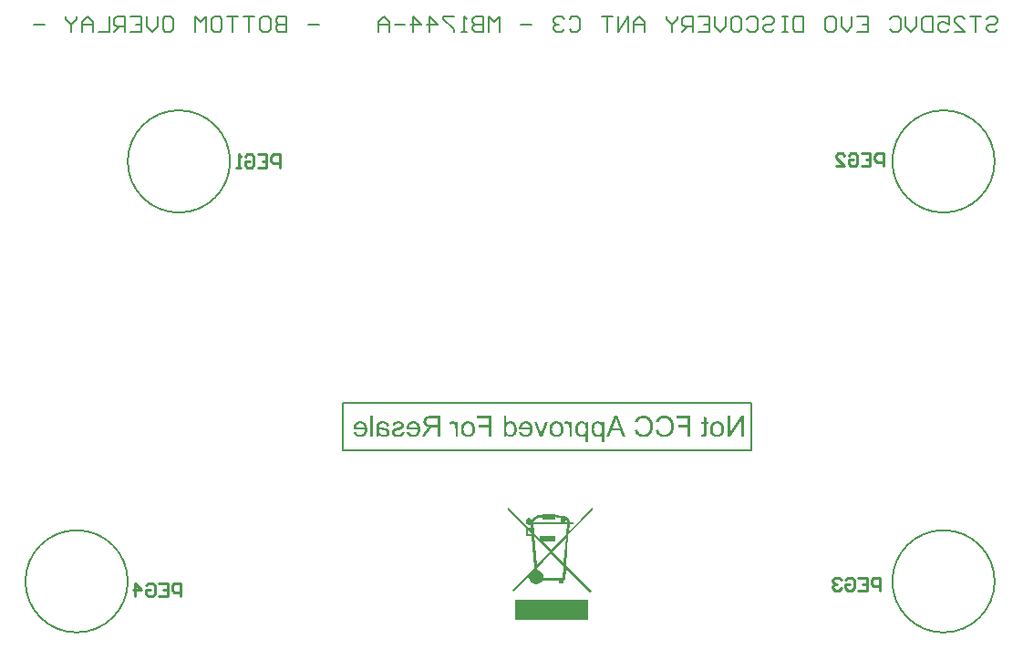
<source format=gbo>
G04*
G04 #@! TF.GenerationSoftware,Altium Limited,Altium Designer,21.2.1 (34)*
G04*
G04 Layer_Color=32896*
%FSLAX44Y44*%
%MOMM*%
G71*
G04*
G04 #@! TF.SameCoordinates,A7F67548-69C5-444C-A4C2-39F0ADA73F1F*
G04*
G04*
G04 #@! TF.FilePolarity,Positive*
G04*
G01*
G75*
%ADD11C,0.2000*%
%ADD16C,0.2500*%
G36*
X574193Y126253D02*
X551764Y102643D01*
D01*
X549796Y74705D01*
X550977Y73524D01*
X573406Y51095D01*
X571832Y49521D01*
X549403Y71950D01*
X548616Y61326D01*
X547436Y60539D01*
Y57785D01*
X543107D01*
Y60539D01*
X527538D01*
X527211Y59973D01*
X525966Y58728D01*
X524440Y57847D01*
X522739Y57391D01*
X520978D01*
X519277Y57847D01*
X517751Y58728D01*
X516506Y59973D01*
X515625Y61499D01*
X515169Y63200D01*
Y64619D01*
X501397Y50308D01*
X499823Y51882D01*
X519891Y72740D01*
X517530Y101856D01*
X512415D01*
Y109726D01*
X495494Y126646D01*
Y129401D01*
X515169Y109726D01*
X516743D01*
X516409Y112734D01*
X515795Y112480D01*
X514543D01*
X513386Y112960D01*
X512500Y113845D01*
X512021Y115002D01*
Y116254D01*
X512500Y117411D01*
X513386Y118297D01*
X514543Y118776D01*
X515795D01*
X516952Y118297D01*
X517591Y117658D01*
X518526Y118605D01*
X520898Y120158D01*
X523544Y121175D01*
X526346Y121612D01*
X527761Y121531D01*
X527761Y122711D01*
X539172D01*
Y121941D01*
X540193Y121880D01*
X541383Y121682D01*
X542546Y121359D01*
X543107Y121137D01*
X548616D01*
Y119957D01*
X549453Y119705D01*
X550953Y118808D01*
X552189Y117572D01*
X553086Y116072D01*
X553338Y115235D01*
X556092D01*
Y113267D01*
X552944D01*
X552158Y105791D01*
X574193Y129401D01*
Y126253D01*
D02*
G37*
G36*
X570258Y23944D02*
X502577D01*
Y42832D01*
X570258D01*
Y23944D01*
D02*
G37*
G36*
X379767Y208663D02*
X380382Y208605D01*
X380909Y208546D01*
X381378Y208458D01*
X381759Y208341D01*
X382051Y208282D01*
X382139Y208253D01*
X382227Y208224D01*
X382256Y208195D01*
X382286D01*
X382754Y207990D01*
X383164Y207755D01*
X383545Y207521D01*
X383838Y207316D01*
X384072Y207111D01*
X384219Y206935D01*
X384336Y206818D01*
X384365Y206789D01*
X384629Y206437D01*
X384834Y206027D01*
X385009Y205647D01*
X385156Y205266D01*
X385244Y204914D01*
X385331Y204651D01*
X385361Y204475D01*
X385390Y204446D01*
Y204417D01*
X383077Y204095D01*
X382930Y204592D01*
X382725Y205032D01*
X382549Y205383D01*
X382344Y205676D01*
X382169Y205881D01*
X382022Y206027D01*
X381934Y206115D01*
X381905Y206145D01*
X381583Y206350D01*
X381173Y206496D01*
X380792Y206584D01*
X380382Y206672D01*
X380001Y206701D01*
X379709Y206730D01*
X379445D01*
X378830Y206701D01*
X378274Y206613D01*
X377805Y206467D01*
X377424Y206320D01*
X377131Y206174D01*
X376926Y206027D01*
X376780Y205940D01*
X376751Y205910D01*
X376516Y205647D01*
X376370Y205354D01*
X376253Y205002D01*
X376165Y204680D01*
X376106Y204387D01*
X376077Y204124D01*
Y203948D01*
Y203919D01*
Y203890D01*
Y203831D01*
Y203743D01*
Y203538D01*
X376106Y203362D01*
Y203304D01*
Y203274D01*
X376370Y203187D01*
X376663Y203099D01*
X377336Y202923D01*
X378039Y202806D01*
X378713Y202689D01*
X379357Y202572D01*
X379621Y202542D01*
X379855Y202513D01*
X380060Y202484D01*
X380206D01*
X380294Y202454D01*
X380323D01*
X380821Y202396D01*
X381231Y202337D01*
X381612Y202279D01*
X381905Y202220D01*
X382139Y202162D01*
X382286Y202132D01*
X382403Y202103D01*
X382432D01*
X382784Y201986D01*
X383106Y201869D01*
X383369Y201752D01*
X383633Y201605D01*
X383838Y201488D01*
X383984Y201400D01*
X384101Y201342D01*
X384131Y201312D01*
X384394Y201107D01*
X384629Y200902D01*
X384863Y200668D01*
X385039Y200463D01*
X385185Y200258D01*
X385273Y200112D01*
X385331Y199994D01*
X385361Y199965D01*
X385507Y199643D01*
X385624Y199321D01*
X385683Y198999D01*
X385742Y198706D01*
X385771Y198472D01*
X385800Y198267D01*
Y198149D01*
Y198091D01*
X385742Y197476D01*
X385595Y196890D01*
X385419Y196422D01*
X385185Y196012D01*
X384951Y195660D01*
X384775Y195426D01*
X384629Y195279D01*
X384570Y195221D01*
X384072Y194840D01*
X383487Y194576D01*
X382930Y194371D01*
X382344Y194254D01*
X381846Y194167D01*
X381612Y194137D01*
X381436D01*
X381261Y194108D01*
X381056D01*
X380529Y194137D01*
X380060Y194196D01*
X379621Y194254D01*
X379211Y194342D01*
X378889Y194430D01*
X378654Y194518D01*
X378508Y194547D01*
X378449Y194576D01*
X377981Y194781D01*
X377541Y195016D01*
X377102Y195279D01*
X376721Y195572D01*
X376370Y195807D01*
X376136Y196012D01*
X375960Y196129D01*
X375901Y196187D01*
X375843Y195807D01*
X375784Y195484D01*
X375726Y195191D01*
X375638Y194928D01*
X375550Y194723D01*
X375491Y194547D01*
X375462Y194459D01*
X375433Y194430D01*
X372973D01*
X373236Y195016D01*
X373353Y195309D01*
X373441Y195543D01*
X373500Y195748D01*
X373529Y195924D01*
X373558Y196041D01*
Y196070D01*
X373588Y196275D01*
X373617Y196509D01*
Y196773D01*
X373646Y197095D01*
X373676Y197769D01*
Y198501D01*
X373705Y199174D01*
Y199467D01*
Y199731D01*
Y199936D01*
Y200112D01*
Y200229D01*
Y200258D01*
Y203421D01*
Y203977D01*
X373734Y204417D01*
X373763Y204797D01*
Y205090D01*
X373793Y205324D01*
X373822Y205471D01*
X373851Y205559D01*
Y205588D01*
X373939Y205940D01*
X374056Y206262D01*
X374173Y206525D01*
X374291Y206759D01*
X374408Y206964D01*
X374496Y207082D01*
X374554Y207169D01*
X374584Y207199D01*
X374818Y207433D01*
X375052Y207638D01*
X375345Y207814D01*
X375608Y207960D01*
X375843Y208077D01*
X376048Y208195D01*
X376165Y208224D01*
X376223Y208253D01*
X376663Y208400D01*
X377131Y208517D01*
X377629Y208575D01*
X378098Y208634D01*
X378508Y208663D01*
X378830Y208692D01*
X379123D01*
X379767Y208663D01*
D02*
G37*
G36*
X714567Y194430D02*
X712136D01*
Y209542D01*
X702032Y194430D01*
X699426D01*
Y213671D01*
X701857D01*
Y198559D01*
X711990Y213671D01*
X714567D01*
Y194430D01*
D02*
G37*
G36*
X527428Y194430D02*
X525202D01*
X519931Y208370D01*
X522362D01*
X525466Y199848D01*
X525671Y199292D01*
X525847Y198794D01*
X525993Y198325D01*
X526110Y197944D01*
X526198Y197652D01*
X526286Y197417D01*
X526315Y197271D01*
X526344Y197212D01*
X526491Y197739D01*
X526667Y198267D01*
X526813Y198735D01*
X526960Y199145D01*
X527077Y199497D01*
X527165Y199760D01*
X527223Y199936D01*
X527252Y199994D01*
X530240Y208370D01*
X532729D01*
X527428Y194430D01*
D02*
G37*
G36*
X680126Y211797D02*
Y208370D01*
X681883D01*
Y206525D01*
X680126D01*
Y198501D01*
Y198120D01*
Y197769D01*
X680097Y197447D01*
Y197154D01*
X680068Y196890D01*
X680039Y196685D01*
X679980Y196304D01*
X679951Y196012D01*
X679892Y195836D01*
X679863Y195719D01*
Y195689D01*
X679746Y195455D01*
X679570Y195250D01*
X679424Y195074D01*
X679248Y194928D01*
X679101Y194811D01*
X678984Y194723D01*
X678896Y194664D01*
X678867Y194635D01*
X678574Y194518D01*
X678252Y194430D01*
X677901Y194342D01*
X677579Y194313D01*
X677286Y194284D01*
X677051Y194254D01*
X676846D01*
X676231Y194284D01*
X675938Y194313D01*
X675675Y194371D01*
X675411Y194401D01*
X675236Y194430D01*
X675118Y194459D01*
X675060D01*
X675382Y196539D01*
X675821Y196480D01*
X675997D01*
X676143Y196451D01*
X676436D01*
X676788Y196480D01*
X677051Y196539D01*
X677198Y196568D01*
X677256Y196597D01*
X677432Y196744D01*
X677549Y196890D01*
X677608Y197007D01*
X677637Y197066D01*
X677666Y197212D01*
X677696Y197388D01*
X677725Y197827D01*
X677754Y198032D01*
Y198208D01*
Y198325D01*
Y198354D01*
Y206525D01*
X675382D01*
Y208370D01*
X677754D01*
Y213232D01*
X680126Y211797D01*
D02*
G37*
G36*
X641498Y213935D02*
X642376Y213818D01*
X643167Y213612D01*
X643519Y213525D01*
X643841Y213407D01*
X644134Y213290D01*
X644426Y213202D01*
X644661Y213085D01*
X644837Y212997D01*
X645012Y212939D01*
X645129Y212880D01*
X645188Y212822D01*
X645217D01*
X645949Y212353D01*
X646623Y211797D01*
X647179Y211240D01*
X647619Y210684D01*
X647999Y210186D01*
X648146Y209981D01*
X648263Y209805D01*
X648351Y209630D01*
X648409Y209513D01*
X648468Y209454D01*
Y209425D01*
X648849Y208575D01*
X649142Y207668D01*
X649317Y206789D01*
X649464Y205969D01*
X649522Y205588D01*
X649552Y205266D01*
X649581Y204944D01*
Y204680D01*
X649610Y204475D01*
Y204329D01*
Y204212D01*
Y204182D01*
X649581Y203157D01*
X649464Y202220D01*
X649288Y201342D01*
X649200Y200932D01*
X649112Y200580D01*
X649024Y200229D01*
X648937Y199936D01*
X648849Y199672D01*
X648761Y199438D01*
X648702Y199262D01*
X648644Y199145D01*
X648614Y199057D01*
Y199028D01*
X648204Y198179D01*
X647707Y197447D01*
X647238Y196802D01*
X646740Y196304D01*
X646330Y195894D01*
X645979Y195602D01*
X645832Y195514D01*
X645744Y195426D01*
X645686Y195396D01*
X645657Y195367D01*
X645276Y195133D01*
X644866Y194957D01*
X644046Y194635D01*
X643196Y194430D01*
X642376Y194254D01*
X642025Y194225D01*
X641674Y194167D01*
X641381Y194137D01*
X641117D01*
X640883Y194108D01*
X640590D01*
X640034Y194137D01*
X639506Y194167D01*
X638540Y194371D01*
X638101Y194489D01*
X637661Y194635D01*
X637281Y194781D01*
X636929Y194928D01*
X636607Y195074D01*
X636343Y195221D01*
X636109Y195367D01*
X635904Y195484D01*
X635728Y195602D01*
X635611Y195689D01*
X635553Y195719D01*
X635523Y195748D01*
X635143Y196070D01*
X634791Y196422D01*
X634206Y197183D01*
X633679Y197974D01*
X633298Y198764D01*
X633122Y199116D01*
X633005Y199438D01*
X632888Y199760D01*
X632771Y199994D01*
X632712Y200229D01*
X632653Y200375D01*
X632624Y200492D01*
Y200522D01*
X635172Y201166D01*
X635406Y200317D01*
X635699Y199555D01*
X636051Y198940D01*
X636373Y198413D01*
X636695Y198032D01*
X636959Y197739D01*
X637134Y197564D01*
X637164Y197534D01*
X637193Y197505D01*
X637779Y197095D01*
X638364Y196802D01*
X638979Y196568D01*
X639536Y196422D01*
X640034Y196334D01*
X640268Y196304D01*
X640444D01*
X640590Y196275D01*
X640795D01*
X641439Y196304D01*
X642054Y196422D01*
X642611Y196568D01*
X643079Y196714D01*
X643489Y196890D01*
X643811Y197007D01*
X643929Y197066D01*
X644016Y197124D01*
X644046Y197154D01*
X644075D01*
X644602Y197534D01*
X645042Y197974D01*
X645422Y198413D01*
X645744Y198882D01*
X645979Y199262D01*
X646125Y199614D01*
X646184Y199731D01*
X646242Y199819D01*
X646272Y199877D01*
Y199907D01*
X646506Y200609D01*
X646682Y201342D01*
X646799Y202074D01*
X646887Y202747D01*
X646916Y203040D01*
X646945Y203304D01*
Y203567D01*
X646974Y203772D01*
Y203948D01*
Y204065D01*
Y204153D01*
Y204182D01*
X646945Y204885D01*
X646887Y205559D01*
X646799Y206174D01*
X646682Y206730D01*
X646564Y207199D01*
X646535Y207404D01*
X646477Y207550D01*
X646447Y207697D01*
X646418Y207785D01*
X646389Y207843D01*
Y207873D01*
X646125Y208517D01*
X645803Y209102D01*
X645452Y209571D01*
X645129Y209981D01*
X644807Y210303D01*
X644544Y210537D01*
X644368Y210684D01*
X644339Y210742D01*
X644309D01*
X643724Y211094D01*
X643109Y211357D01*
X642494Y211562D01*
X641908Y211680D01*
X641381Y211768D01*
X641176Y211797D01*
X640971D01*
X640824Y211826D01*
X640619D01*
X639916Y211797D01*
X639301Y211680D01*
X638745Y211533D01*
X638306Y211357D01*
X637925Y211152D01*
X637661Y211006D01*
X637486Y210889D01*
X637427Y210860D01*
X636959Y210450D01*
X636578Y209981D01*
X636226Y209454D01*
X635963Y208956D01*
X635758Y208517D01*
X635670Y208312D01*
X635582Y208136D01*
X635523Y207990D01*
X635494Y207872D01*
X635465Y207814D01*
Y207785D01*
X632946Y208370D01*
X633298Y209307D01*
X633503Y209747D01*
X633708Y210128D01*
X633942Y210508D01*
X634176Y210860D01*
X634381Y211152D01*
X634616Y211445D01*
X634821Y211680D01*
X635026Y211885D01*
X635231Y212090D01*
X635377Y212236D01*
X635523Y212353D01*
X635611Y212441D01*
X635670Y212470D01*
X635699Y212500D01*
X636080Y212763D01*
X636461Y212997D01*
X636871Y213202D01*
X637281Y213378D01*
X638101Y213642D01*
X638862Y213818D01*
X639214Y213876D01*
X639536Y213905D01*
X639829Y213935D01*
X640063Y213964D01*
X640268Y213993D01*
X640561D01*
X641498Y213935D01*
D02*
G37*
G36*
X622110D02*
X622989Y213818D01*
X623780Y213612D01*
X624131Y213525D01*
X624453Y213407D01*
X624746Y213290D01*
X625039Y213202D01*
X625273Y213085D01*
X625449Y212997D01*
X625625Y212939D01*
X625742Y212880D01*
X625801Y212822D01*
X625830D01*
X626562Y212353D01*
X627235Y211797D01*
X627792Y211240D01*
X628231Y210684D01*
X628612Y210186D01*
X628758Y209981D01*
X628876Y209805D01*
X628963Y209630D01*
X629022Y209513D01*
X629081Y209454D01*
Y209425D01*
X629461Y208575D01*
X629754Y207667D01*
X629930Y206789D01*
X630076Y205969D01*
X630135Y205588D01*
X630164Y205266D01*
X630193Y204944D01*
Y204680D01*
X630223Y204475D01*
Y204329D01*
Y204212D01*
Y204182D01*
X630193Y203157D01*
X630076Y202220D01*
X629901Y201342D01*
X629813Y200932D01*
X629725Y200580D01*
X629637Y200229D01*
X629549Y199936D01*
X629461Y199672D01*
X629373Y199438D01*
X629315Y199262D01*
X629256Y199145D01*
X629227Y199057D01*
Y199028D01*
X628817Y198179D01*
X628319Y197446D01*
X627850Y196802D01*
X627353Y196304D01*
X626943Y195894D01*
X626591Y195602D01*
X626445Y195514D01*
X626357Y195426D01*
X626298Y195396D01*
X626269Y195367D01*
X625888Y195133D01*
X625478Y194957D01*
X624658Y194635D01*
X623809Y194430D01*
X622989Y194254D01*
X622638Y194225D01*
X622286Y194167D01*
X621993Y194137D01*
X621730D01*
X621495Y194108D01*
X621203D01*
X620646Y194137D01*
X620119Y194167D01*
X619152Y194371D01*
X618713Y194489D01*
X618274Y194635D01*
X617893Y194781D01*
X617542Y194928D01*
X617220Y195074D01*
X616956Y195221D01*
X616722Y195367D01*
X616517Y195484D01*
X616341Y195602D01*
X616224Y195689D01*
X616165Y195719D01*
X616136Y195748D01*
X615755Y196070D01*
X615404Y196422D01*
X614818Y197183D01*
X614291Y197974D01*
X613910Y198764D01*
X613735Y199116D01*
X613617Y199438D01*
X613500Y199760D01*
X613383Y199994D01*
X613325Y200229D01*
X613266Y200375D01*
X613237Y200492D01*
Y200522D01*
X615785Y201166D01*
X616019Y200317D01*
X616312Y199555D01*
X616663Y198940D01*
X616985Y198413D01*
X617308Y198032D01*
X617571Y197739D01*
X617747Y197564D01*
X617776Y197534D01*
X617805Y197505D01*
X618391Y197095D01*
X618977Y196802D01*
X619592Y196568D01*
X620148Y196422D01*
X620646Y196334D01*
X620880Y196304D01*
X621056D01*
X621203Y196275D01*
X621408D01*
X622052Y196304D01*
X622667Y196422D01*
X623223Y196568D01*
X623692Y196714D01*
X624102Y196890D01*
X624424Y197007D01*
X624541Y197066D01*
X624629Y197124D01*
X624658Y197154D01*
X624688D01*
X625215Y197534D01*
X625654Y197974D01*
X626035Y198413D01*
X626357Y198882D01*
X626591Y199262D01*
X626738Y199614D01*
X626796Y199731D01*
X626855Y199819D01*
X626884Y199877D01*
Y199907D01*
X627118Y200609D01*
X627294Y201342D01*
X627411Y202074D01*
X627499Y202747D01*
X627528Y203040D01*
X627558Y203304D01*
Y203567D01*
X627587Y203772D01*
Y203948D01*
Y204065D01*
Y204153D01*
Y204182D01*
X627558Y204885D01*
X627499Y205559D01*
X627411Y206174D01*
X627294Y206730D01*
X627177Y207199D01*
X627148Y207404D01*
X627089Y207550D01*
X627060Y207697D01*
X627030Y207785D01*
X627001Y207843D01*
Y207872D01*
X626738Y208517D01*
X626415Y209102D01*
X626064Y209571D01*
X625742Y209981D01*
X625420Y210303D01*
X625156Y210537D01*
X624981Y210684D01*
X624951Y210742D01*
X624922D01*
X624336Y211094D01*
X623721Y211357D01*
X623106Y211562D01*
X622520Y211680D01*
X621993Y211768D01*
X621788Y211797D01*
X621583D01*
X621437Y211826D01*
X621232D01*
X620529Y211797D01*
X619914Y211680D01*
X619357Y211533D01*
X618918Y211357D01*
X618537Y211152D01*
X618274Y211006D01*
X618098Y210889D01*
X618040Y210860D01*
X617571Y210450D01*
X617190Y209981D01*
X616839Y209454D01*
X616575Y208956D01*
X616370Y208517D01*
X616283Y208312D01*
X616195Y208136D01*
X616136Y207990D01*
X616107Y207872D01*
X616077Y207814D01*
Y207785D01*
X613559Y208370D01*
X613910Y209307D01*
X614115Y209747D01*
X614320Y210128D01*
X614555Y210508D01*
X614789Y210860D01*
X614994Y211152D01*
X615228Y211445D01*
X615433Y211680D01*
X615638Y211885D01*
X615843Y212090D01*
X615990Y212236D01*
X616136Y212353D01*
X616224Y212441D01*
X616283Y212470D01*
X616312Y212500D01*
X616693Y212763D01*
X617073Y212997D01*
X617483Y213202D01*
X617893Y213378D01*
X618713Y213642D01*
X619475Y213818D01*
X619826Y213876D01*
X620148Y213905D01*
X620441Y213935D01*
X620675Y213964D01*
X620880Y213993D01*
X621173D01*
X622110Y213935D01*
D02*
G37*
G36*
X512668Y208663D02*
X513166Y208605D01*
X513634Y208517D01*
X514074Y208400D01*
X514513Y208224D01*
X514894Y208077D01*
X515245Y207902D01*
X515567Y207726D01*
X515860Y207521D01*
X516094Y207345D01*
X516329Y207199D01*
X516504Y207052D01*
X516651Y206906D01*
X516739Y206818D01*
X516797Y206760D01*
X516827Y206730D01*
X517149Y206350D01*
X517412Y205940D01*
X517646Y205500D01*
X517851Y205061D01*
X518027Y204592D01*
X518174Y204153D01*
X518379Y203274D01*
X518467Y202864D01*
X518525Y202484D01*
X518554Y202132D01*
X518584Y201840D01*
X518613Y201605D01*
Y201400D01*
Y201283D01*
Y201254D01*
X518584Y200639D01*
X518525Y200053D01*
X518437Y199497D01*
X518320Y198999D01*
X518203Y198530D01*
X518056Y198091D01*
X517881Y197710D01*
X517705Y197359D01*
X517559Y197036D01*
X517383Y196744D01*
X517237Y196509D01*
X517090Y196334D01*
X517002Y196187D01*
X516914Y196070D01*
X516856Y196012D01*
X516827Y195982D01*
X516475Y195660D01*
X516094Y195367D01*
X515714Y195104D01*
X515304Y194899D01*
X514923Y194723D01*
X514513Y194576D01*
X513751Y194342D01*
X513371Y194254D01*
X513049Y194196D01*
X512756Y194167D01*
X512492Y194137D01*
X512287Y194108D01*
X511994D01*
X511116Y194167D01*
X510354Y194284D01*
X509651Y194489D01*
X509095Y194694D01*
X508831Y194811D01*
X508626Y194899D01*
X508451Y195016D01*
X508304Y195104D01*
X508158Y195162D01*
X508070Y195221D01*
X508041Y195279D01*
X508011D01*
X507484Y195748D01*
X507016Y196304D01*
X506664Y196861D01*
X506371Y197388D01*
X506137Y197886D01*
X506049Y198091D01*
X505991Y198267D01*
X505932Y198413D01*
X505903Y198530D01*
X505873Y198589D01*
Y198618D01*
X508304Y198940D01*
X508539Y198413D01*
X508773Y197944D01*
X509007Y197564D01*
X509241Y197271D01*
X509446Y197007D01*
X509622Y196861D01*
X509739Y196744D01*
X509769Y196714D01*
X510120Y196480D01*
X510501Y196334D01*
X510881Y196217D01*
X511233Y196129D01*
X511526Y196070D01*
X511760Y196041D01*
X511994D01*
X512609Y196099D01*
X513166Y196217D01*
X513664Y196422D01*
X514103Y196656D01*
X514425Y196861D01*
X514689Y197066D01*
X514835Y197183D01*
X514894Y197241D01*
X515274Y197739D01*
X515597Y198325D01*
X515802Y198911D01*
X515977Y199467D01*
X516094Y199994D01*
X516124Y200199D01*
X516153Y200404D01*
Y200551D01*
X516182Y200697D01*
Y200756D01*
Y200785D01*
X505815D01*
X505786Y201049D01*
Y201254D01*
Y201371D01*
Y201400D01*
X505815Y202045D01*
X505873Y202630D01*
X505961Y203187D01*
X506049Y203685D01*
X506196Y204182D01*
X506342Y204622D01*
X506518Y205002D01*
X506664Y205383D01*
X506840Y205705D01*
X507016Y205969D01*
X507162Y206203D01*
X507279Y206408D01*
X507396Y206555D01*
X507484Y206672D01*
X507543Y206730D01*
X507572Y206760D01*
X507924Y207111D01*
X508275Y207404D01*
X508656Y207667D01*
X509036Y207872D01*
X509417Y208077D01*
X509798Y208224D01*
X510501Y208458D01*
X510852Y208546D01*
X511145Y208605D01*
X511438Y208634D01*
X511672Y208663D01*
X511877Y208692D01*
X512141D01*
X512668Y208663D01*
D02*
G37*
G36*
X408204Y208663D02*
X408702Y208605D01*
X409170Y208517D01*
X409610Y208400D01*
X410049Y208224D01*
X410430Y208077D01*
X410781Y207902D01*
X411103Y207726D01*
X411396Y207521D01*
X411631Y207345D01*
X411865Y207199D01*
X412040Y207052D01*
X412187Y206906D01*
X412275Y206818D01*
X412333Y206759D01*
X412363Y206730D01*
X412685Y206350D01*
X412948Y205940D01*
X413183Y205500D01*
X413388Y205061D01*
X413563Y204592D01*
X413710Y204153D01*
X413915Y203274D01*
X414003Y202864D01*
X414061Y202484D01*
X414090Y202132D01*
X414120Y201839D01*
X414149Y201605D01*
Y201400D01*
Y201283D01*
Y201254D01*
X414120Y200639D01*
X414061Y200053D01*
X413973Y199497D01*
X413856Y198999D01*
X413739Y198530D01*
X413593Y198091D01*
X413417Y197710D01*
X413241Y197359D01*
X413095Y197036D01*
X412919Y196744D01*
X412773Y196509D01*
X412626Y196334D01*
X412538Y196187D01*
X412450Y196070D01*
X412392Y196012D01*
X412363Y195982D01*
X412011Y195660D01*
X411631Y195367D01*
X411250Y195104D01*
X410840Y194899D01*
X410459Y194723D01*
X410049Y194576D01*
X409288Y194342D01*
X408907Y194254D01*
X408585Y194196D01*
X408292Y194167D01*
X408028Y194137D01*
X407823Y194108D01*
X407530D01*
X406652Y194167D01*
X405890Y194284D01*
X405187Y194489D01*
X404631Y194694D01*
X404367Y194811D01*
X404162Y194899D01*
X403987Y195016D01*
X403840Y195104D01*
X403694Y195162D01*
X403606Y195221D01*
X403577Y195279D01*
X403548D01*
X403020Y195748D01*
X402552Y196304D01*
X402200Y196861D01*
X401908Y197388D01*
X401673Y197886D01*
X401585Y198091D01*
X401527Y198267D01*
X401468Y198413D01*
X401439Y198530D01*
X401410Y198589D01*
Y198618D01*
X403840Y198940D01*
X404075Y198413D01*
X404309Y197944D01*
X404543Y197564D01*
X404777Y197271D01*
X404982Y197007D01*
X405158Y196861D01*
X405275Y196744D01*
X405305Y196714D01*
X405656Y196480D01*
X406037Y196334D01*
X406418Y196217D01*
X406769Y196129D01*
X407062Y196070D01*
X407296Y196041D01*
X407530D01*
X408145Y196099D01*
X408702Y196217D01*
X409200Y196422D01*
X409639Y196656D01*
X409961Y196861D01*
X410225Y197066D01*
X410371Y197183D01*
X410430Y197241D01*
X410811Y197739D01*
X411133Y198325D01*
X411338Y198911D01*
X411513Y199467D01*
X411631Y199994D01*
X411660Y200199D01*
X411689Y200404D01*
Y200551D01*
X411718Y200697D01*
Y200756D01*
Y200785D01*
X401351D01*
X401322Y201049D01*
Y201254D01*
Y201371D01*
Y201400D01*
X401351Y202045D01*
X401410Y202630D01*
X401497Y203187D01*
X401585Y203685D01*
X401732Y204182D01*
X401878Y204622D01*
X402054Y205002D01*
X402200Y205383D01*
X402376Y205705D01*
X402552Y205969D01*
X402698Y206203D01*
X402815Y206408D01*
X402933Y206555D01*
X403020Y206672D01*
X403079Y206730D01*
X403108Y206759D01*
X403460Y207111D01*
X403811Y207404D01*
X404192Y207667D01*
X404572Y207872D01*
X404953Y208077D01*
X405334Y208224D01*
X406037Y208458D01*
X406388Y208546D01*
X406681Y208605D01*
X406974Y208634D01*
X407208Y208663D01*
X407413Y208692D01*
X407677D01*
X408204Y208663D01*
D02*
G37*
G36*
X358915D02*
X359413Y208605D01*
X359882Y208517D01*
X360321Y208400D01*
X360760Y208224D01*
X361141Y208077D01*
X361493Y207902D01*
X361815Y207726D01*
X362108Y207521D01*
X362342Y207345D01*
X362576Y207199D01*
X362752Y207052D01*
X362898Y206906D01*
X362986Y206818D01*
X363045Y206759D01*
X363074Y206730D01*
X363396Y206350D01*
X363660Y205940D01*
X363894Y205500D01*
X364099Y205061D01*
X364275Y204592D01*
X364421Y204153D01*
X364626Y203274D01*
X364714Y202864D01*
X364773Y202484D01*
X364802Y202132D01*
X364831Y201839D01*
X364860Y201605D01*
Y201400D01*
Y201283D01*
Y201254D01*
X364831Y200639D01*
X364773Y200053D01*
X364685Y199497D01*
X364568Y198999D01*
X364450Y198530D01*
X364304Y198091D01*
X364128Y197710D01*
X363953Y197359D01*
X363806Y197036D01*
X363630Y196744D01*
X363484Y196509D01*
X363338Y196334D01*
X363250Y196187D01*
X363162Y196070D01*
X363103Y196012D01*
X363074Y195982D01*
X362723Y195660D01*
X362342Y195367D01*
X361961Y195104D01*
X361551Y194899D01*
X361170Y194723D01*
X360760Y194576D01*
X359999Y194342D01*
X359618Y194254D01*
X359296Y194196D01*
X359003Y194167D01*
X358740Y194137D01*
X358535Y194108D01*
X358242D01*
X357363Y194167D01*
X356602Y194284D01*
X355899Y194489D01*
X355342Y194694D01*
X355079Y194811D01*
X354874Y194899D01*
X354698Y195016D01*
X354552Y195104D01*
X354405Y195162D01*
X354317Y195221D01*
X354288Y195279D01*
X354259D01*
X353732Y195748D01*
X353263Y196304D01*
X352912Y196861D01*
X352619Y197388D01*
X352384Y197886D01*
X352297Y198091D01*
X352238Y198267D01*
X352179Y198413D01*
X352150Y198530D01*
X352121Y198589D01*
Y198618D01*
X354552Y198940D01*
X354786Y198413D01*
X355020Y197944D01*
X355255Y197564D01*
X355489Y197271D01*
X355694Y197007D01*
X355870Y196861D01*
X355987Y196744D01*
X356016Y196714D01*
X356367Y196480D01*
X356748Y196334D01*
X357129Y196217D01*
X357480Y196129D01*
X357773Y196070D01*
X358008Y196041D01*
X358242D01*
X358857Y196099D01*
X359413Y196217D01*
X359911Y196422D01*
X360350Y196656D01*
X360672Y196861D01*
X360936Y197066D01*
X361082Y197183D01*
X361141Y197241D01*
X361522Y197739D01*
X361844Y198325D01*
X362049Y198911D01*
X362225Y199467D01*
X362342Y199994D01*
X362371Y200199D01*
X362400Y200404D01*
Y200551D01*
X362430Y200697D01*
Y200756D01*
Y200785D01*
X352062Y200785D01*
X352033Y201049D01*
Y201254D01*
Y201371D01*
Y201400D01*
X352062Y202044D01*
X352121Y202630D01*
X352209Y203187D01*
X352297Y203685D01*
X352443Y204182D01*
X352589Y204622D01*
X352765Y205002D01*
X352912Y205383D01*
X353087Y205705D01*
X353263Y205969D01*
X353410Y206203D01*
X353527Y206408D01*
X353644Y206555D01*
X353732Y206672D01*
X353790Y206730D01*
X353820Y206759D01*
X354171Y207111D01*
X354522Y207404D01*
X354903Y207667D01*
X355284Y207872D01*
X355665Y208077D01*
X356045Y208224D01*
X356748Y208458D01*
X357100Y208546D01*
X357393Y208605D01*
X357685Y208634D01*
X357920Y208663D01*
X358125Y208692D01*
X358388D01*
X358915Y208663D01*
D02*
G37*
G36*
X665161Y194430D02*
X662613D01*
Y203157D01*
X653593D01*
Y205412D01*
X662613D01*
Y211416D01*
X652187D01*
Y213671D01*
X665161D01*
Y194430D01*
D02*
G37*
G36*
X604744Y194430D02*
X602049D01*
X599970Y200258D01*
X591887D01*
X589661Y194430D01*
X586791D01*
X594611Y213671D01*
X597393D01*
X604744Y194430D01*
D02*
G37*
G36*
X550330Y208663D02*
X550623Y208605D01*
X550886Y208546D01*
X551091Y208458D01*
X551296Y208341D01*
X551443Y208282D01*
X551531Y208224D01*
X551560Y208195D01*
X551824Y207990D01*
X552058Y207697D01*
X552321Y207375D01*
X552556Y207052D01*
X552731Y206760D01*
X552878Y206496D01*
X552995Y206320D01*
X553024Y206291D01*
Y208370D01*
X555162D01*
Y194430D01*
X552790D01*
Y201722D01*
X552761Y202279D01*
X552731Y202777D01*
X552673Y203245D01*
X552585Y203655D01*
X552526Y204007D01*
X552468Y204270D01*
X552439Y204417D01*
X552409Y204475D01*
X552292Y204768D01*
X552175Y205032D01*
X552029Y205266D01*
X551882Y205442D01*
X551765Y205588D01*
X551648Y205705D01*
X551589Y205764D01*
X551560Y205793D01*
X551326Y205940D01*
X551091Y206057D01*
X550857Y206145D01*
X550652Y206203D01*
X550447Y206232D01*
X550301Y206262D01*
X550183D01*
X549861Y206232D01*
X549539Y206174D01*
X549246Y206086D01*
X548983Y205998D01*
X548778Y205910D01*
X548602Y205822D01*
X548485Y205764D01*
X548456Y205735D01*
X547606Y207902D01*
X548075Y208165D01*
X548514Y208370D01*
X548924Y208487D01*
X549276Y208605D01*
X549598Y208663D01*
X549832Y208692D01*
X550037D01*
X550330Y208663D01*
D02*
G37*
G36*
X480072Y194430D02*
X477524D01*
Y203157D01*
X468504D01*
Y205412D01*
X477524D01*
Y211416D01*
X467099D01*
Y213671D01*
X480072D01*
Y194430D01*
D02*
G37*
G36*
X444343Y208663D02*
X444636Y208605D01*
X444900Y208546D01*
X445105Y208458D01*
X445310Y208341D01*
X445456Y208282D01*
X445544Y208224D01*
X445573Y208195D01*
X445837Y207990D01*
X446071Y207697D01*
X446335Y207374D01*
X446569Y207052D01*
X446745Y206759D01*
X446891Y206496D01*
X447008Y206320D01*
X447038Y206291D01*
Y208370D01*
X449175D01*
Y194430D01*
X446803D01*
Y201722D01*
X446774Y202279D01*
X446745Y202777D01*
X446686Y203245D01*
X446598Y203655D01*
X446540Y204007D01*
X446481Y204270D01*
X446452Y204417D01*
X446423Y204475D01*
X446305Y204768D01*
X446188Y205032D01*
X446042Y205266D01*
X445895Y205442D01*
X445778Y205588D01*
X445661Y205705D01*
X445602Y205764D01*
X445573Y205793D01*
X445339Y205940D01*
X445105Y206057D01*
X444870Y206145D01*
X444665Y206203D01*
X444460Y206232D01*
X444314Y206262D01*
X444197D01*
X443875Y206232D01*
X443553Y206174D01*
X443260Y206086D01*
X442996Y205998D01*
X442791Y205910D01*
X442615Y205822D01*
X442498Y205764D01*
X442469Y205735D01*
X441620Y207902D01*
X442088Y208165D01*
X442527Y208370D01*
X442937Y208487D01*
X443289Y208605D01*
X443611Y208663D01*
X443845Y208692D01*
X444050D01*
X444343Y208663D01*
D02*
G37*
G36*
X432424Y194430D02*
X429876D01*
Y202982D01*
X426596D01*
X426303Y202952D01*
X426069D01*
X425864Y202923D01*
X425717Y202894D01*
X425600D01*
X425541Y202864D01*
X425512D01*
X425073Y202718D01*
X424721Y202542D01*
X424575Y202454D01*
X424458Y202396D01*
X424399Y202367D01*
X424370Y202337D01*
X424136Y202191D01*
X423931Y201986D01*
X423491Y201576D01*
X423345Y201371D01*
X423199Y201195D01*
X423111Y201078D01*
X423081Y201049D01*
X422789Y200668D01*
X422496Y200258D01*
X422174Y199819D01*
X421881Y199379D01*
X421617Y198999D01*
X421412Y198706D01*
X421353Y198589D01*
X421295Y198501D01*
X421236Y198442D01*
Y198413D01*
X418689Y194430D01*
X415496D01*
X418835Y199643D01*
X419216Y200199D01*
X419596Y200697D01*
X419948Y201137D01*
X420270Y201517D01*
X420533Y201810D01*
X420738Y202045D01*
X420885Y202162D01*
X420943Y202220D01*
X421148Y202396D01*
X421412Y202572D01*
X421910Y202894D01*
X422115Y203011D01*
X422291Y203099D01*
X422408Y203157D01*
X422466Y203187D01*
X421968Y203274D01*
X421500Y203362D01*
X421061Y203479D01*
X420680Y203626D01*
X420299Y203772D01*
X419977Y203919D01*
X419655Y204065D01*
X419391Y204212D01*
X419157Y204358D01*
X418952Y204475D01*
X418776Y204622D01*
X418630Y204709D01*
X418542Y204827D01*
X418454Y204885D01*
X418396Y204944D01*
X418161Y205207D01*
X417956Y205500D01*
X417605Y206086D01*
X417371Y206642D01*
X417224Y207199D01*
X417107Y207667D01*
X417078Y207872D01*
Y208048D01*
X417048Y208195D01*
Y208312D01*
Y208370D01*
Y208400D01*
X417078Y208985D01*
X417166Y209512D01*
X417312Y210010D01*
X417458Y210450D01*
X417605Y210801D01*
X417751Y211065D01*
X417839Y211240D01*
X417868Y211299D01*
X418191Y211768D01*
X418542Y212148D01*
X418894Y212470D01*
X419245Y212705D01*
X419538Y212910D01*
X419772Y213056D01*
X419948Y213115D01*
X419977Y213144D01*
X420006D01*
X420270Y213232D01*
X420563Y213320D01*
X421178Y213437D01*
X421822Y213554D01*
X422437Y213612D01*
X423023Y213642D01*
X423257D01*
X423491Y213671D01*
X432424D01*
Y194430D01*
D02*
G37*
G36*
X370103D02*
X367730D01*
Y213671D01*
X370103D01*
Y194430D01*
D02*
G37*
G36*
X690289Y208663D02*
X690757Y208634D01*
X691607Y208458D01*
X692368Y208195D01*
X692690Y208048D01*
X692983Y207931D01*
X693276Y207785D01*
X693510Y207638D01*
X693715Y207492D01*
X693891Y207375D01*
X694037Y207287D01*
X694125Y207199D01*
X694184Y207170D01*
X694213Y207140D01*
X694594Y206760D01*
X694916Y206350D01*
X695209Y205910D01*
X695443Y205442D01*
X695648Y204973D01*
X695824Y204505D01*
X695970Y204036D01*
X696087Y203567D01*
X696175Y203128D01*
X696234Y202718D01*
X696292Y202367D01*
X696322Y202045D01*
Y201781D01*
X696351Y201576D01*
Y201459D01*
Y201400D01*
X696322Y200756D01*
X696263Y200141D01*
X696175Y199585D01*
X696058Y199057D01*
X695941Y198589D01*
X695795Y198120D01*
X695619Y197739D01*
X695443Y197359D01*
X695297Y197037D01*
X695121Y196773D01*
X694975Y196539D01*
X694828Y196334D01*
X694740Y196187D01*
X694652Y196070D01*
X694594Y196012D01*
X694565Y195982D01*
X694213Y195660D01*
X693832Y195367D01*
X693452Y195104D01*
X693042Y194899D01*
X692661Y194723D01*
X692251Y194576D01*
X691519Y194342D01*
X691167Y194254D01*
X690845Y194196D01*
X690552Y194167D01*
X690318Y194137D01*
X690113Y194108D01*
X689820D01*
X689146Y194137D01*
X688531Y194254D01*
X687975Y194371D01*
X687477Y194547D01*
X687067Y194694D01*
X686745Y194840D01*
X686628Y194869D01*
X686540Y194928D01*
X686511Y194957D01*
X686481D01*
X685925Y195309D01*
X685456Y195689D01*
X685046Y196070D01*
X684724Y196451D01*
X684461Y196802D01*
X684256Y197066D01*
X684139Y197271D01*
X684109Y197300D01*
Y197329D01*
X683846Y197944D01*
X683641Y198647D01*
X683494Y199350D01*
X683377Y200024D01*
X683348Y200346D01*
X683319Y200639D01*
Y200902D01*
X683289Y201137D01*
Y201312D01*
Y201459D01*
Y201547D01*
Y201576D01*
X683319Y202191D01*
X683377Y202747D01*
X683465Y203304D01*
X683582Y203802D01*
X683729Y204270D01*
X683875Y204680D01*
X684051Y205090D01*
X684197Y205442D01*
X684373Y205735D01*
X684549Y206027D01*
X684695Y206262D01*
X684842Y206437D01*
X684959Y206584D01*
X685046Y206701D01*
X685105Y206760D01*
X685134Y206789D01*
X685486Y207111D01*
X685866Y207404D01*
X686247Y207668D01*
X686628Y207902D01*
X687038Y208078D01*
X687419Y208224D01*
X688151Y208458D01*
X688502Y208546D01*
X688824Y208605D01*
X689088Y208634D01*
X689352Y208663D01*
X689557Y208692D01*
X689820D01*
X690289Y208663D01*
D02*
G37*
G36*
X541046Y208663D02*
X541515Y208634D01*
X542364Y208458D01*
X543125Y208195D01*
X543448Y208048D01*
X543741Y207931D01*
X544033Y207785D01*
X544268Y207638D01*
X544473Y207492D01*
X544648Y207375D01*
X544795Y207287D01*
X544883Y207199D01*
X544941Y207170D01*
X544971Y207140D01*
X545351Y206760D01*
X545673Y206350D01*
X545966Y205910D01*
X546201Y205442D01*
X546406Y204973D01*
X546581Y204505D01*
X546728Y204036D01*
X546845Y203567D01*
X546933Y203128D01*
X546991Y202718D01*
X547050Y202367D01*
X547079Y202045D01*
Y201781D01*
X547108Y201576D01*
Y201459D01*
Y201400D01*
X547079Y200756D01*
X547021Y200141D01*
X546933Y199584D01*
X546816Y199057D01*
X546698Y198589D01*
X546552Y198120D01*
X546376Y197739D01*
X546201Y197359D01*
X546054Y197036D01*
X545878Y196773D01*
X545732Y196539D01*
X545586Y196334D01*
X545498Y196187D01*
X545410Y196070D01*
X545351Y196012D01*
X545322Y195982D01*
X544971Y195660D01*
X544590Y195367D01*
X544209Y195104D01*
X543799Y194899D01*
X543418Y194723D01*
X543008Y194576D01*
X542276Y194342D01*
X541925Y194254D01*
X541603Y194196D01*
X541310Y194167D01*
X541076Y194137D01*
X540871Y194108D01*
X540578D01*
X539904Y194137D01*
X539289Y194254D01*
X538733Y194371D01*
X538235Y194547D01*
X537825Y194694D01*
X537503Y194840D01*
X537385Y194869D01*
X537298Y194928D01*
X537268Y194957D01*
X537239D01*
X536683Y195309D01*
X536214Y195689D01*
X535804Y196070D01*
X535482Y196451D01*
X535218Y196802D01*
X535013Y197066D01*
X534896Y197271D01*
X534867Y197300D01*
Y197329D01*
X534603Y197944D01*
X534398Y198647D01*
X534252Y199350D01*
X534135Y200024D01*
X534105Y200346D01*
X534076Y200639D01*
Y200902D01*
X534047Y201137D01*
Y201312D01*
Y201459D01*
Y201547D01*
Y201576D01*
X534076Y202191D01*
X534135Y202747D01*
X534222Y203304D01*
X534340Y203802D01*
X534486Y204270D01*
X534632Y204680D01*
X534808Y205090D01*
X534955Y205442D01*
X535130Y205735D01*
X535306Y206027D01*
X535452Y206262D01*
X535599Y206437D01*
X535716Y206584D01*
X535804Y206701D01*
X535863Y206760D01*
X535892Y206789D01*
X536243Y207111D01*
X536624Y207404D01*
X537005Y207667D01*
X537385Y207902D01*
X537795Y208077D01*
X538176Y208224D01*
X538908Y208458D01*
X539260Y208546D01*
X539582Y208605D01*
X539846Y208634D01*
X540109Y208663D01*
X540314Y208692D01*
X540578D01*
X541046Y208663D01*
D02*
G37*
G36*
X494071Y206759D02*
X494305Y207052D01*
X494569Y207345D01*
X494862Y207579D01*
X495096Y207755D01*
X495331Y207931D01*
X495506Y208048D01*
X495623Y208107D01*
X495682Y208136D01*
X496063Y208312D01*
X496443Y208458D01*
X496824Y208546D01*
X497146Y208634D01*
X497468Y208663D01*
X497703Y208692D01*
X497908D01*
X498523Y208663D01*
X499108Y208546D01*
X499636Y208400D01*
X500104Y208253D01*
X500485Y208077D01*
X500778Y207931D01*
X500953Y207814D01*
X500983Y207785D01*
X501012D01*
X501510Y207404D01*
X501920Y206994D01*
X502271Y206555D01*
X502564Y206115D01*
X502798Y205735D01*
X502945Y205442D01*
X503003Y205324D01*
X503062Y205237D01*
X503091Y205178D01*
Y205149D01*
X503326Y204505D01*
X503472Y203831D01*
X503589Y203216D01*
X503677Y202630D01*
X503736Y202132D01*
Y201898D01*
X503765Y201722D01*
Y201576D01*
Y201459D01*
Y201400D01*
Y201371D01*
X503736Y200580D01*
X503648Y199877D01*
X503531Y199233D01*
X503384Y198677D01*
X503238Y198208D01*
X503179Y198003D01*
X503121Y197857D01*
X503062Y197739D01*
X503033Y197652D01*
X503003Y197593D01*
Y197564D01*
X502681Y196978D01*
X502359Y196480D01*
X501978Y196041D01*
X501656Y195689D01*
X501334Y195396D01*
X501100Y195191D01*
X500924Y195045D01*
X500895Y195016D01*
X500866D01*
X500338Y194723D01*
X499782Y194489D01*
X499284Y194342D01*
X498786Y194225D01*
X498405Y194167D01*
X498083Y194137D01*
X497966Y194108D01*
X497790D01*
X497322Y194137D01*
X496883Y194196D01*
X496473Y194284D01*
X496092Y194430D01*
X495770Y194576D01*
X495448Y194752D01*
X495155Y194957D01*
X494891Y195133D01*
X494657Y195338D01*
X494452Y195514D01*
X494276Y195689D01*
X494159Y195836D01*
X494042Y195982D01*
X493954Y196070D01*
X493925Y196129D01*
X493895Y196158D01*
Y194430D01*
X491699D01*
Y213671D01*
X494071D01*
Y206759D01*
D02*
G37*
G36*
X458928Y208663D02*
X459396Y208634D01*
X460246Y208458D01*
X461007Y208195D01*
X461329Y208048D01*
X461622Y207931D01*
X461915Y207785D01*
X462149Y207638D01*
X462354Y207492D01*
X462530Y207374D01*
X462676Y207287D01*
X462764Y207199D01*
X462823Y207169D01*
X462852Y207140D01*
X463233Y206759D01*
X463555Y206350D01*
X463848Y205910D01*
X464082Y205442D01*
X464287Y204973D01*
X464463Y204505D01*
X464609Y204036D01*
X464726Y203567D01*
X464814Y203128D01*
X464873Y202718D01*
X464931Y202367D01*
X464961Y202045D01*
Y201781D01*
X464990Y201576D01*
Y201459D01*
Y201400D01*
X464961Y200756D01*
X464902Y200141D01*
X464814Y199584D01*
X464697Y199057D01*
X464580Y198589D01*
X464434Y198120D01*
X464258Y197739D01*
X464082Y197359D01*
X463936Y197036D01*
X463760Y196773D01*
X463614Y196539D01*
X463467Y196334D01*
X463379Y196187D01*
X463291Y196070D01*
X463233Y196012D01*
X463204Y195982D01*
X462852Y195660D01*
X462471Y195367D01*
X462091Y195104D01*
X461681Y194899D01*
X461300Y194723D01*
X460890Y194576D01*
X460158Y194342D01*
X459806Y194254D01*
X459484Y194196D01*
X459191Y194167D01*
X458957Y194137D01*
X458752Y194108D01*
X458459D01*
X457785Y194137D01*
X457170Y194254D01*
X456614Y194371D01*
X456116Y194547D01*
X455706Y194694D01*
X455384Y194840D01*
X455267Y194869D01*
X455179Y194928D01*
X455150Y194957D01*
X455121D01*
X454564Y195309D01*
X454095Y195689D01*
X453685Y196070D01*
X453363Y196451D01*
X453100Y196802D01*
X452895Y197066D01*
X452778Y197271D01*
X452748Y197300D01*
Y197329D01*
X452485Y197944D01*
X452280Y198647D01*
X452133Y199350D01*
X452016Y200024D01*
X451987Y200346D01*
X451958Y200639D01*
Y200902D01*
X451928Y201137D01*
Y201312D01*
Y201459D01*
Y201547D01*
Y201576D01*
X451958Y202191D01*
X452016Y202747D01*
X452104Y203304D01*
X452221Y203802D01*
X452368Y204270D01*
X452514Y204680D01*
X452690Y205090D01*
X452836Y205442D01*
X453012Y205735D01*
X453188Y206027D01*
X453334Y206262D01*
X453480Y206437D01*
X453598Y206584D01*
X453685Y206701D01*
X453744Y206759D01*
X453773Y206789D01*
X454125Y207111D01*
X454506Y207404D01*
X454886Y207667D01*
X455267Y207902D01*
X455677Y208077D01*
X456058Y208224D01*
X456790Y208458D01*
X457141Y208546D01*
X457463Y208605D01*
X457727Y208634D01*
X457990Y208663D01*
X458196Y208692D01*
X458459D01*
X458928Y208663D01*
D02*
G37*
G36*
X394674Y208634D02*
X394996Y208605D01*
X395318Y208546D01*
X395582Y208487D01*
X395757Y208458D01*
X395874Y208400D01*
X395933D01*
X396255Y208282D01*
X396548Y208165D01*
X396812Y208048D01*
X397017Y207931D01*
X397192Y207843D01*
X397309Y207755D01*
X397397Y207726D01*
X397427Y207697D01*
X397690Y207492D01*
X397925Y207257D01*
X398130Y207052D01*
X398276Y206847D01*
X398422Y206672D01*
X398510Y206525D01*
X398569Y206408D01*
X398598Y206379D01*
X398745Y206086D01*
X398832Y205764D01*
X398920Y205471D01*
X398950Y205207D01*
X398979Y205002D01*
X399008Y204797D01*
Y204680D01*
Y204651D01*
X398979Y204270D01*
X398920Y203919D01*
X398862Y203597D01*
X398745Y203333D01*
X398657Y203099D01*
X398598Y202923D01*
X398540Y202806D01*
X398510Y202777D01*
X398305Y202484D01*
X398042Y202220D01*
X397807Y201986D01*
X397544Y201810D01*
X397339Y201664D01*
X397163Y201547D01*
X397017Y201488D01*
X396987Y201459D01*
X396782Y201371D01*
X396548Y201283D01*
X395992Y201078D01*
X395377Y200902D01*
X394791Y200727D01*
X394235Y200551D01*
X394000Y200492D01*
X393766Y200434D01*
X393590Y200375D01*
X393473Y200346D01*
X393385Y200317D01*
X393356D01*
X393004Y200229D01*
X392682Y200141D01*
X392419Y200082D01*
X392155Y199994D01*
X391745Y199848D01*
X391423Y199760D01*
X391189Y199643D01*
X391042Y199584D01*
X390954Y199555D01*
X390925Y199526D01*
X390691Y199350D01*
X390515Y199145D01*
X390398Y198911D01*
X390310Y198735D01*
X390252Y198530D01*
X390222Y198413D01*
Y198296D01*
Y198267D01*
X390252Y197944D01*
X390339Y197652D01*
X390486Y197359D01*
X390603Y197124D01*
X390749Y196949D01*
X390896Y196802D01*
X390984Y196714D01*
X391013Y196685D01*
X391335Y196480D01*
X391716Y196304D01*
X392126Y196187D01*
X392536Y196129D01*
X392887Y196070D01*
X393180Y196041D01*
X393444D01*
X394000Y196070D01*
X394527Y196158D01*
X394937Y196275D01*
X395318Y196422D01*
X395582Y196539D01*
X395787Y196656D01*
X395933Y196744D01*
X395962Y196773D01*
X396255Y197095D01*
X396519Y197446D01*
X396694Y197798D01*
X396841Y198149D01*
X396929Y198472D01*
X397017Y198735D01*
X397046Y198911D01*
Y198940D01*
Y198969D01*
X399389Y198589D01*
X399213Y197798D01*
X398950Y197124D01*
X398657Y196539D01*
X398364Y196070D01*
X398071Y195689D01*
X397837Y195426D01*
X397661Y195279D01*
X397632Y195221D01*
X397602D01*
X397309Y195016D01*
X397017Y194840D01*
X396343Y194576D01*
X395670Y194371D01*
X394996Y194254D01*
X394381Y194167D01*
X394117Y194137D01*
X393883D01*
X393707Y194108D01*
X393444D01*
X392858Y194137D01*
X392302Y194196D01*
X391804Y194284D01*
X391364Y194401D01*
X391013Y194489D01*
X390749Y194576D01*
X390574Y194635D01*
X390515Y194664D01*
X390047Y194899D01*
X389637Y195162D01*
X389285Y195426D01*
X389021Y195689D01*
X388787Y195924D01*
X388611Y196099D01*
X388524Y196217D01*
X388494Y196275D01*
X388260Y196685D01*
X388084Y197066D01*
X387967Y197446D01*
X387879Y197798D01*
X387821Y198062D01*
X387791Y198296D01*
Y198442D01*
Y198501D01*
X387821Y198940D01*
X387879Y199321D01*
X387967Y199672D01*
X388084Y199965D01*
X388201Y200199D01*
X388289Y200375D01*
X388348Y200492D01*
X388377Y200522D01*
X388611Y200814D01*
X388846Y201049D01*
X389109Y201283D01*
X389373Y201459D01*
X389578Y201576D01*
X389754Y201664D01*
X389871Y201722D01*
X389929Y201752D01*
X390134Y201839D01*
X390369Y201927D01*
X390896Y202103D01*
X391482Y202308D01*
X392067Y202484D01*
X392594Y202630D01*
X392829Y202689D01*
X393034Y202747D01*
X393209Y202806D01*
X393327Y202835D01*
X393414Y202864D01*
X393444D01*
X393766Y202952D01*
X394030Y203040D01*
X394498Y203157D01*
X394879Y203274D01*
X395142Y203362D01*
X395347Y203421D01*
X395465Y203450D01*
X395523Y203479D01*
X395552D01*
X395757Y203567D01*
X395962Y203685D01*
X396109Y203772D01*
X396226Y203890D01*
X396402Y204036D01*
X396431Y204065D01*
X396460Y204095D01*
X396607Y204387D01*
X396694Y204651D01*
Y204768D01*
X396724Y204856D01*
Y204914D01*
Y204944D01*
X396694Y205207D01*
X396607Y205442D01*
X396519Y205676D01*
X396372Y205852D01*
X396255Y205998D01*
X396167Y206115D01*
X396079Y206174D01*
X396050Y206203D01*
X395757Y206379D01*
X395377Y206525D01*
X394996Y206613D01*
X394615Y206701D01*
X394264Y206730D01*
X393971Y206759D01*
X393707D01*
X393209Y206730D01*
X392799Y206672D01*
X392419Y206555D01*
X392126Y206467D01*
X391892Y206350D01*
X391716Y206232D01*
X391599Y206174D01*
X391569Y206145D01*
X391306Y205910D01*
X391101Y205617D01*
X390925Y205354D01*
X390808Y205090D01*
X390720Y204856D01*
X390662Y204651D01*
X390632Y204534D01*
Y204475D01*
X388319Y204797D01*
X388436Y205266D01*
X388553Y205676D01*
X388699Y206057D01*
X388816Y206350D01*
X388963Y206584D01*
X389080Y206759D01*
X389139Y206877D01*
X389168Y206906D01*
X389402Y207199D01*
X389695Y207462D01*
X390017Y207667D01*
X390310Y207872D01*
X390574Y207990D01*
X390808Y208107D01*
X390954Y208165D01*
X390984Y208195D01*
X391013D01*
X391482Y208370D01*
X391979Y208487D01*
X392448Y208575D01*
X392917Y208634D01*
X393297Y208663D01*
X393619Y208692D01*
X394293D01*
X394674Y208634D01*
D02*
G37*
G36*
X579353Y208663D02*
X579792Y208605D01*
X580173Y208517D01*
X580524Y208429D01*
X580788Y208312D01*
X580993Y208224D01*
X581110Y208165D01*
X581168Y208136D01*
X581520Y207931D01*
X581842Y207667D01*
X582135Y207404D01*
X582369Y207140D01*
X582574Y206906D01*
X582750Y206730D01*
X582838Y206613D01*
X582867Y206555D01*
Y208370D01*
X585034D01*
Y189100D01*
X582662D01*
Y195836D01*
X582428Y195572D01*
X582164Y195309D01*
X581930Y195104D01*
X581666Y194928D01*
X581461Y194781D01*
X581286Y194664D01*
X581168Y194606D01*
X581139Y194576D01*
X580788Y194430D01*
X580407Y194313D01*
X580055Y194225D01*
X579733Y194167D01*
X579440Y194137D01*
X579235Y194108D01*
X579030D01*
X578445Y194137D01*
X577859Y194254D01*
X577361Y194401D01*
X576893Y194576D01*
X576512Y194723D01*
X576219Y194869D01*
X576102Y194928D01*
X576014Y194986D01*
X575985Y195016D01*
X575955D01*
X575428Y195396D01*
X574989Y195807D01*
X574608Y196246D01*
X574286Y196656D01*
X574052Y197036D01*
X573876Y197329D01*
X573817Y197446D01*
X573759Y197534D01*
X573730Y197593D01*
Y197622D01*
X573466Y198296D01*
X573261Y198969D01*
X573144Y199614D01*
X573027Y200199D01*
X572968Y200727D01*
Y200932D01*
X572939Y201137D01*
Y201283D01*
Y201400D01*
Y201459D01*
Y201488D01*
X572968Y202220D01*
X573056Y202894D01*
X573173Y203509D01*
X573290Y204065D01*
X573408Y204505D01*
X573466Y204709D01*
X573525Y204856D01*
X573583Y204973D01*
X573613Y205061D01*
X573642Y205119D01*
Y205149D01*
X573935Y205764D01*
X574257Y206262D01*
X574608Y206730D01*
X574930Y207082D01*
X575252Y207375D01*
X575487Y207580D01*
X575662Y207726D01*
X575692Y207755D01*
X575721D01*
X576248Y208077D01*
X576775Y208312D01*
X577303Y208458D01*
X577800Y208575D01*
X578210Y208634D01*
X578562Y208692D01*
X578855D01*
X579353Y208663D01*
D02*
G37*
G36*
X564417D02*
X564856Y208605D01*
X565237Y208517D01*
X565588Y208429D01*
X565852Y208312D01*
X566057Y208224D01*
X566174Y208165D01*
X566232Y208136D01*
X566584Y207931D01*
X566906Y207667D01*
X567199Y207404D01*
X567433Y207140D01*
X567638Y206906D01*
X567814Y206730D01*
X567902Y206613D01*
X567931Y206555D01*
Y208370D01*
X570098D01*
Y189100D01*
X567726D01*
Y195836D01*
X567492Y195572D01*
X567228Y195309D01*
X566994Y195104D01*
X566730Y194928D01*
X566525Y194781D01*
X566349Y194664D01*
X566232Y194606D01*
X566203Y194576D01*
X565852Y194430D01*
X565471Y194313D01*
X565120Y194225D01*
X564797Y194167D01*
X564505Y194137D01*
X564300Y194108D01*
X564095D01*
X563509Y194137D01*
X562923Y194254D01*
X562425Y194401D01*
X561957Y194576D01*
X561576Y194723D01*
X561283Y194869D01*
X561166Y194928D01*
X561078Y194986D01*
X561049Y195016D01*
X561019D01*
X560492Y195396D01*
X560053Y195807D01*
X559672Y196246D01*
X559350Y196656D01*
X559116Y197036D01*
X558940Y197329D01*
X558881Y197446D01*
X558823Y197534D01*
X558794Y197593D01*
Y197622D01*
X558530Y198296D01*
X558325Y198969D01*
X558208Y199614D01*
X558091Y200199D01*
X558032Y200727D01*
Y200932D01*
X558003Y201137D01*
Y201283D01*
Y201400D01*
Y201459D01*
Y201488D01*
X558032Y202220D01*
X558120Y202894D01*
X558237Y203509D01*
X558354Y204065D01*
X558471Y204505D01*
X558530Y204709D01*
X558589Y204856D01*
X558647Y204973D01*
X558676Y205061D01*
X558706Y205119D01*
Y205149D01*
X558999Y205764D01*
X559321Y206262D01*
X559672Y206730D01*
X559994Y207082D01*
X560317Y207375D01*
X560551Y207580D01*
X560727Y207726D01*
X560756Y207755D01*
X560785D01*
X561312Y208077D01*
X561839Y208312D01*
X562367Y208458D01*
X562864Y208575D01*
X563274Y208634D01*
X563626Y208692D01*
X563919D01*
X564417Y208663D01*
D02*
G37*
%LPC*%
G36*
X539566Y119563D02*
X539172D01*
Y117596D01*
X527761D01*
Y119170D01*
X527761D01*
X526623Y119177D01*
X524375Y118831D01*
X522250Y118022D01*
X520343Y116784D01*
X519497Y116022D01*
Y115235D01*
X544681D01*
Y118776D01*
X544060Y118967D01*
X542796Y119269D01*
X541512Y119467D01*
X540216Y119558D01*
X539566Y119563D01*
D02*
G37*
G36*
X548616Y117202D02*
Y115235D01*
X550977D01*
Y115235D01*
X550813Y115601D01*
X550349Y116255D01*
X549733Y116769D01*
X549006Y117107D01*
X548616Y117202D01*
D02*
G37*
G36*
X514382Y107758D02*
Y103823D01*
X517530D01*
Y104611D01*
X514382Y107758D01*
D02*
G37*
G36*
X550583Y113267D02*
X519497D01*
Y111693D01*
X519060D01*
X519497Y109726D01*
X520285D01*
Y104611D01*
X525006Y99888D01*
Y101856D01*
X539172D01*
Y97134D01*
X527761D01*
X535711Y89184D01*
X549796Y103823D01*
X550583Y113267D01*
D02*
G37*
G36*
X549394Y100180D02*
X537291Y87604D01*
X547308Y77587D01*
X549394Y100180D01*
D02*
G37*
G36*
X519662Y102083D02*
X522210Y75151D01*
X534074Y87482D01*
X519662Y102083D01*
D02*
G37*
G36*
X535643Y85892D02*
X522304Y72032D01*
X522514Y70770D01*
X522739D01*
X524440Y70314D01*
X525966Y69433D01*
X527211Y68188D01*
X528092Y66663D01*
X528548Y64961D01*
Y63200D01*
X528427Y62749D01*
X528548Y62900D01*
X545862D01*
Y62507D01*
X547010Y74375D01*
X535643Y85892D01*
D02*
G37*
G36*
X376106Y201429D02*
Y200551D01*
X376136Y199994D01*
X376165Y199526D01*
X376223Y199116D01*
X376282Y198764D01*
X376370Y198501D01*
X376428Y198325D01*
X376458Y198208D01*
X376487Y198179D01*
X376692Y197798D01*
X376956Y197476D01*
X377219Y197183D01*
X377453Y196978D01*
X377688Y196773D01*
X377893Y196656D01*
X378010Y196568D01*
X378069Y196539D01*
X378479Y196334D01*
X378889Y196187D01*
X379299Y196099D01*
X379650Y196041D01*
X380001Y195982D01*
X380236Y195953D01*
X380470D01*
X380968Y195982D01*
X381378Y196041D01*
X381759Y196158D01*
X382051Y196275D01*
X382286Y196363D01*
X382432Y196480D01*
X382549Y196539D01*
X382579Y196568D01*
X382813Y196831D01*
X382989Y197095D01*
X383106Y197359D01*
X383194Y197593D01*
X383252Y197827D01*
X383282Y198003D01*
Y198120D01*
Y198149D01*
X383252Y198384D01*
X383223Y198589D01*
X383106Y198940D01*
X383047Y199086D01*
X383018Y199174D01*
X382959Y199233D01*
Y199262D01*
X382666Y199614D01*
X382374Y199848D01*
X382256Y199936D01*
X382139Y199994D01*
X382081Y200053D01*
X382051D01*
X381788Y200141D01*
X381466Y200229D01*
X380792Y200375D01*
X380470Y200434D01*
X380206Y200492D01*
X380031Y200522D01*
X379972D01*
X379504Y200609D01*
X379064Y200668D01*
X378654Y200756D01*
X378274Y200814D01*
X377922Y200902D01*
X377629Y200990D01*
X377336Y201049D01*
X377073Y201107D01*
X376838Y201195D01*
X376663Y201254D01*
X376487Y201283D01*
X376341Y201342D01*
X376253Y201371D01*
X376165Y201400D01*
X376106Y201429D01*
D02*
G37*
G36*
X512258Y206760D02*
X512111D01*
X511789Y206730D01*
X511467Y206701D01*
X510911Y206555D01*
X510413Y206320D01*
X509974Y206057D01*
X509651Y205793D01*
X509388Y205588D01*
X509241Y205412D01*
X509183Y205383D01*
Y205354D01*
X508919Y205002D01*
X508744Y204563D01*
X508568Y204124D01*
X508451Y203714D01*
X508363Y203333D01*
X508304Y203011D01*
Y202894D01*
X508275Y202806D01*
Y202747D01*
Y202718D01*
X516065D01*
X515977Y203362D01*
X515831Y203948D01*
X515626Y204446D01*
X515421Y204856D01*
X515216Y205207D01*
X515040Y205442D01*
X514923Y205588D01*
X514864Y205647D01*
X514425Y206027D01*
X513956Y206291D01*
X513517Y206496D01*
X513078Y206613D01*
X512697Y206701D01*
X512375Y206730D01*
X512258Y206760D01*
D02*
G37*
G36*
X407794Y206759D02*
X407648D01*
X407325Y206730D01*
X407003Y206701D01*
X406447Y206555D01*
X405949Y206320D01*
X405510Y206057D01*
X405187Y205793D01*
X404924Y205588D01*
X404777Y205412D01*
X404719Y205383D01*
Y205354D01*
X404455Y205002D01*
X404280Y204563D01*
X404104Y204124D01*
X403987Y203714D01*
X403899Y203333D01*
X403840Y203011D01*
Y202894D01*
X403811Y202806D01*
Y202747D01*
Y202718D01*
X411601D01*
X411513Y203362D01*
X411367Y203948D01*
X411162Y204446D01*
X410957Y204856D01*
X410752Y205207D01*
X410576Y205442D01*
X410459Y205588D01*
X410401Y205647D01*
X409961Y206027D01*
X409493Y206291D01*
X409053Y206496D01*
X408614Y206613D01*
X408233Y206701D01*
X407911Y206730D01*
X407794Y206759D01*
D02*
G37*
G36*
X358505D02*
X358359D01*
X358037Y206730D01*
X357715Y206701D01*
X357158Y206555D01*
X356660Y206320D01*
X356221Y206057D01*
X355899Y205793D01*
X355635Y205588D01*
X355489Y205412D01*
X355430Y205383D01*
Y205354D01*
X355167Y205002D01*
X354991Y204563D01*
X354815Y204124D01*
X354698Y203714D01*
X354610Y203333D01*
X354552Y203011D01*
Y202894D01*
X354522Y202806D01*
Y202747D01*
Y202718D01*
X362313Y202718D01*
X362225Y203362D01*
X362078Y203948D01*
X361873Y204446D01*
X361668Y204856D01*
X361463Y205207D01*
X361287Y205442D01*
X361170Y205588D01*
X361112Y205647D01*
X360672Y206027D01*
X360204Y206291D01*
X359765Y206496D01*
X359325Y206613D01*
X358945Y206701D01*
X358623Y206730D01*
X358505Y206759D01*
D02*
G37*
G36*
X596075Y211680D02*
X595870Y211035D01*
X595665Y210362D01*
X595431Y209688D01*
X595196Y209044D01*
X595021Y208487D01*
X594933Y208253D01*
X594845Y208048D01*
X594786Y207872D01*
X594728Y207755D01*
X594698Y207667D01*
Y207638D01*
X592707Y202337D01*
X599238D01*
X597129Y207960D01*
X596895Y208634D01*
X596690Y209307D01*
X596514Y209923D01*
X596368Y210508D01*
X596251Y210977D01*
X596192Y211182D01*
X596134Y211357D01*
X596104Y211504D01*
Y211592D01*
X596075Y211650D01*
Y211680D01*
D02*
G37*
G36*
X429876Y211533D02*
X423814D01*
X423052Y211504D01*
X422408Y211387D01*
X421881Y211270D01*
X421441Y211094D01*
X421119Y210947D01*
X420856Y210801D01*
X420738Y210684D01*
X420680Y210655D01*
X420358Y210303D01*
X420094Y209922D01*
X419919Y209542D01*
X419801Y209190D01*
X419743Y208868D01*
X419684Y208634D01*
Y208458D01*
Y208429D01*
Y208400D01*
X419714Y208048D01*
X419772Y207726D01*
X419860Y207433D01*
X419948Y207199D01*
X420036Y206964D01*
X420123Y206818D01*
X420182Y206701D01*
X420211Y206672D01*
X420416Y206408D01*
X420651Y206174D01*
X420914Y205969D01*
X421148Y205793D01*
X421353Y205676D01*
X421529Y205588D01*
X421646Y205559D01*
X421705Y205529D01*
X422086Y205412D01*
X422525Y205324D01*
X422994Y205266D01*
X423433Y205237D01*
X423814Y205207D01*
X424136Y205178D01*
X429876D01*
Y211533D01*
D02*
G37*
G36*
X689996Y206730D02*
X689498D01*
X689205Y206672D01*
X688649Y206525D01*
X688151Y206291D01*
X687711Y206057D01*
X687389Y205822D01*
X687126Y205588D01*
X686979Y205442D01*
X686921Y205412D01*
Y205383D01*
X686511Y204827D01*
X686218Y204212D01*
X686013Y203538D01*
X685866Y202923D01*
X685779Y202337D01*
X685749Y202103D01*
Y201898D01*
X685720Y201693D01*
Y201576D01*
Y201488D01*
Y201459D01*
Y200961D01*
X685779Y200492D01*
X685837Y200053D01*
X685896Y199672D01*
X685984Y199292D01*
X686101Y198940D01*
X686189Y198647D01*
X686306Y198384D01*
X686423Y198149D01*
X686511Y197944D01*
X686628Y197769D01*
X686716Y197622D01*
X686774Y197505D01*
X686833Y197417D01*
X686891Y197388D01*
Y197359D01*
X687126Y197124D01*
X687360Y196919D01*
X687829Y196597D01*
X688326Y196363D01*
X688795Y196217D01*
X689205Y196099D01*
X689527Y196070D01*
X689644Y196041D01*
X689820D01*
X690142Y196070D01*
X690464Y196099D01*
X691021Y196246D01*
X691548Y196451D01*
X691958Y196714D01*
X692309Y196949D01*
X692573Y197154D01*
X692719Y197300D01*
X692778Y197359D01*
X692983Y197622D01*
X693159Y197915D01*
X693452Y198559D01*
X693627Y199233D01*
X693774Y199877D01*
X693862Y200463D01*
X693891Y200727D01*
Y200932D01*
X693920Y201107D01*
Y201254D01*
Y201342D01*
Y201371D01*
Y201869D01*
X693862Y202308D01*
X693803Y202747D01*
X693745Y203128D01*
X693657Y203509D01*
X693569Y203831D01*
X693452Y204124D01*
X693335Y204387D01*
X693247Y204622D01*
X693129Y204827D01*
X693042Y205002D01*
X692954Y205149D01*
X692895Y205237D01*
X692837Y205325D01*
X692778Y205383D01*
X692544Y205617D01*
X692309Y205822D01*
X691812Y206174D01*
X691314Y206408D01*
X690845Y206555D01*
X690435Y206672D01*
X690113Y206701D01*
X689996Y206730D01*
D02*
G37*
G36*
X540753Y206730D02*
X540256D01*
X539963Y206672D01*
X539406Y206525D01*
X538908Y206291D01*
X538469Y206057D01*
X538147Y205822D01*
X537883Y205588D01*
X537737Y205442D01*
X537678Y205412D01*
Y205383D01*
X537268Y204827D01*
X536975Y204212D01*
X536770Y203538D01*
X536624Y202923D01*
X536536Y202337D01*
X536507Y202103D01*
Y201898D01*
X536478Y201693D01*
Y201576D01*
Y201488D01*
Y201459D01*
Y200961D01*
X536536Y200492D01*
X536595Y200053D01*
X536653Y199672D01*
X536741Y199292D01*
X536858Y198940D01*
X536946Y198647D01*
X537063Y198384D01*
X537180Y198149D01*
X537268Y197944D01*
X537385Y197769D01*
X537473Y197622D01*
X537532Y197505D01*
X537590Y197417D01*
X537649Y197388D01*
Y197359D01*
X537883Y197124D01*
X538118Y196919D01*
X538586Y196597D01*
X539084Y196363D01*
X539553Y196217D01*
X539963Y196099D01*
X540285Y196070D01*
X540402Y196041D01*
X540578D01*
X540900Y196070D01*
X541222Y196099D01*
X541778Y196246D01*
X542305Y196451D01*
X542715Y196714D01*
X543067Y196949D01*
X543330Y197154D01*
X543477Y197300D01*
X543535Y197359D01*
X543741Y197622D01*
X543916Y197915D01*
X544209Y198559D01*
X544385Y199233D01*
X544531Y199877D01*
X544619Y200463D01*
X544648Y200727D01*
Y200932D01*
X544678Y201107D01*
Y201254D01*
Y201342D01*
Y201371D01*
Y201869D01*
X544619Y202308D01*
X544561Y202747D01*
X544502Y203128D01*
X544414Y203509D01*
X544326Y203831D01*
X544209Y204124D01*
X544092Y204387D01*
X544004Y204622D01*
X543887Y204827D01*
X543799Y205002D01*
X543711Y205149D01*
X543653Y205237D01*
X543594Y205324D01*
X543535Y205383D01*
X543301Y205617D01*
X543067Y205822D01*
X542569Y206174D01*
X542071Y206408D01*
X541603Y206555D01*
X541193Y206672D01*
X540871Y206701D01*
X540753Y206730D01*
D02*
G37*
G36*
X497820Y206730D02*
X497380D01*
X497088Y206672D01*
X496561Y206525D01*
X496092Y206291D01*
X495711Y206057D01*
X495389Y205822D01*
X495155Y205588D01*
X495008Y205442D01*
X494950Y205412D01*
Y205383D01*
X494745Y205119D01*
X494569Y204827D01*
X494305Y204153D01*
X494100Y203450D01*
X493983Y202777D01*
X493895Y202132D01*
X493866Y201869D01*
Y201634D01*
X493837Y201429D01*
Y201283D01*
Y201195D01*
Y201166D01*
Y200697D01*
X493895Y200258D01*
X493925Y199848D01*
X494013Y199467D01*
X494100Y199116D01*
X494188Y198794D01*
X494276Y198501D01*
X494364Y198267D01*
X494481Y198032D01*
X494569Y197827D01*
X494657Y197681D01*
X494745Y197534D01*
X494833Y197446D01*
X494862Y197359D01*
X494920Y197329D01*
Y197300D01*
X495126Y197066D01*
X495331Y196890D01*
X495799Y196568D01*
X496238Y196363D01*
X496648Y196187D01*
X497000Y196099D01*
X497293Y196070D01*
X497410Y196041D01*
X497556D01*
X497849Y196070D01*
X498113Y196099D01*
X498640Y196246D01*
X499079Y196451D01*
X499460Y196714D01*
X499782Y196949D01*
X500016Y197154D01*
X500163Y197300D01*
X500221Y197359D01*
X500426Y197622D01*
X500602Y197915D01*
X500866Y198530D01*
X501071Y199204D01*
X501188Y199848D01*
X501276Y200463D01*
X501305Y200697D01*
Y200932D01*
X501334Y201107D01*
Y201254D01*
Y201342D01*
Y201371D01*
Y201869D01*
X501276Y202337D01*
X501246Y202777D01*
X501158Y203187D01*
X501100Y203538D01*
X501012Y203890D01*
X500895Y204182D01*
X500807Y204446D01*
X500719Y204680D01*
X500602Y204885D01*
X500514Y205061D01*
X500456Y205207D01*
X500368Y205295D01*
X500338Y205383D01*
X500280Y205442D01*
X500075Y205676D01*
X499870Y205881D01*
X499431Y206174D01*
X498991Y206408D01*
X498581Y206584D01*
X498230Y206672D01*
X497937Y206701D01*
X497820Y206730D01*
D02*
G37*
G36*
X458635D02*
X458137D01*
X457844Y206672D01*
X457288Y206525D01*
X456790Y206291D01*
X456351Y206057D01*
X456028Y205822D01*
X455765Y205588D01*
X455618Y205442D01*
X455560Y205412D01*
Y205383D01*
X455150Y204827D01*
X454857Y204212D01*
X454652Y203538D01*
X454506Y202923D01*
X454418Y202337D01*
X454388Y202103D01*
Y201898D01*
X454359Y201693D01*
Y201576D01*
Y201488D01*
Y201459D01*
Y200961D01*
X454418Y200492D01*
X454476Y200053D01*
X454535Y199672D01*
X454623Y199291D01*
X454740Y198940D01*
X454828Y198647D01*
X454945Y198384D01*
X455062Y198149D01*
X455150Y197944D01*
X455267Y197769D01*
X455355Y197622D01*
X455413Y197505D01*
X455472Y197417D01*
X455531Y197388D01*
Y197359D01*
X455765Y197124D01*
X455999Y196919D01*
X456468Y196597D01*
X456965Y196363D01*
X457434Y196217D01*
X457844Y196099D01*
X458166Y196070D01*
X458283Y196041D01*
X458459D01*
X458781Y196070D01*
X459103Y196099D01*
X459660Y196246D01*
X460187Y196451D01*
X460597Y196714D01*
X460948Y196949D01*
X461212Y197154D01*
X461358Y197300D01*
X461417Y197359D01*
X461622Y197622D01*
X461798Y197915D01*
X462091Y198559D01*
X462266Y199233D01*
X462413Y199877D01*
X462501Y200463D01*
X462530Y200727D01*
Y200932D01*
X462559Y201107D01*
Y201254D01*
Y201342D01*
Y201371D01*
Y201869D01*
X462501Y202308D01*
X462442Y202747D01*
X462383Y203128D01*
X462296Y203509D01*
X462208Y203831D01*
X462091Y204124D01*
X461973Y204387D01*
X461886Y204622D01*
X461768Y204827D01*
X461681Y205002D01*
X461593Y205149D01*
X461534Y205237D01*
X461476Y205324D01*
X461417Y205383D01*
X461183Y205617D01*
X460948Y205822D01*
X460451Y206174D01*
X459953Y206408D01*
X459484Y206555D01*
X459074Y206672D01*
X458752Y206701D01*
X458635Y206730D01*
D02*
G37*
G36*
X579206Y206847D02*
X578796D01*
X578532Y206789D01*
X578035Y206642D01*
X577595Y206408D01*
X577215Y206174D01*
X576893Y205940D01*
X576688Y205705D01*
X576541Y205559D01*
X576483Y205529D01*
Y205500D01*
X576278Y205237D01*
X576102Y204944D01*
X575838Y204329D01*
X575633Y203655D01*
X575516Y203011D01*
X575428Y202425D01*
X575399Y202162D01*
Y201927D01*
X575370Y201752D01*
Y201605D01*
Y201517D01*
Y201488D01*
Y200990D01*
X575428Y200522D01*
X575487Y200082D01*
X575545Y199672D01*
X575633Y199292D01*
X575721Y198969D01*
X575838Y198647D01*
X575926Y198384D01*
X576043Y198149D01*
X576160Y197944D01*
X576248Y197769D01*
X576336Y197622D01*
X576395Y197505D01*
X576453Y197417D01*
X576512Y197388D01*
Y197359D01*
X576717Y197124D01*
X576951Y196919D01*
X577390Y196597D01*
X577830Y196363D01*
X578269Y196217D01*
X578620Y196099D01*
X578913Y196070D01*
X579030Y196041D01*
X579177D01*
X579470Y196070D01*
X579733Y196099D01*
X580231Y196246D01*
X580700Y196451D01*
X581080Y196685D01*
X581373Y196919D01*
X581608Y197124D01*
X581754Y197271D01*
X581813Y197329D01*
X581988Y197593D01*
X582164Y197886D01*
X582428Y198501D01*
X582603Y199145D01*
X582720Y199819D01*
X582808Y200404D01*
X582838Y200639D01*
Y200873D01*
X582867Y201049D01*
Y201195D01*
Y201283D01*
Y201312D01*
Y201810D01*
X582808Y202250D01*
X582750Y202689D01*
X582691Y203099D01*
X582603Y203450D01*
X582515Y203802D01*
X582398Y204095D01*
X582281Y204387D01*
X582193Y204622D01*
X582076Y204827D01*
X581988Y205002D01*
X581900Y205149D01*
X581842Y205266D01*
X581783Y205354D01*
X581725Y205383D01*
Y205412D01*
X581520Y205676D01*
X581286Y205881D01*
X581051Y206086D01*
X580817Y206232D01*
X580378Y206496D01*
X579968Y206672D01*
X579587Y206760D01*
X579323Y206818D01*
X579206Y206847D01*
D02*
G37*
G36*
X564270D02*
X563860D01*
X563597Y206789D01*
X563099Y206642D01*
X562659Y206408D01*
X562279Y206174D01*
X561957Y205940D01*
X561752Y205705D01*
X561605Y205559D01*
X561547Y205529D01*
Y205500D01*
X561342Y205237D01*
X561166Y204944D01*
X560902Y204329D01*
X560697Y203655D01*
X560580Y203011D01*
X560492Y202425D01*
X560463Y202162D01*
Y201927D01*
X560434Y201752D01*
Y201605D01*
Y201517D01*
Y201488D01*
Y200990D01*
X560492Y200522D01*
X560551Y200082D01*
X560609Y199672D01*
X560697Y199292D01*
X560785Y198969D01*
X560902Y198647D01*
X560990Y198384D01*
X561107Y198149D01*
X561224Y197944D01*
X561312Y197769D01*
X561400Y197622D01*
X561459Y197505D01*
X561517Y197417D01*
X561576Y197388D01*
Y197359D01*
X561781Y197124D01*
X562015Y196919D01*
X562454Y196597D01*
X562894Y196363D01*
X563333Y196217D01*
X563684Y196099D01*
X563977Y196070D01*
X564095Y196041D01*
X564241D01*
X564534Y196070D01*
X564797Y196099D01*
X565295Y196246D01*
X565764Y196451D01*
X566144Y196685D01*
X566437Y196919D01*
X566672Y197124D01*
X566818Y197271D01*
X566877Y197329D01*
X567052Y197593D01*
X567228Y197886D01*
X567492Y198501D01*
X567667Y199145D01*
X567785Y199819D01*
X567872Y200404D01*
X567902Y200639D01*
Y200873D01*
X567931Y201049D01*
Y201195D01*
Y201283D01*
Y201312D01*
Y201810D01*
X567872Y202250D01*
X567814Y202689D01*
X567755Y203099D01*
X567667Y203450D01*
X567579Y203802D01*
X567462Y204095D01*
X567345Y204387D01*
X567257Y204622D01*
X567140Y204827D01*
X567052Y205002D01*
X566964Y205149D01*
X566906Y205266D01*
X566847Y205354D01*
X566789Y205383D01*
Y205412D01*
X566584Y205676D01*
X566349Y205881D01*
X566115Y206086D01*
X565881Y206232D01*
X565442Y206496D01*
X565032Y206672D01*
X564651Y206760D01*
X564387Y206818D01*
X564270Y206847D01*
D02*
G37*
%LPD*%
D11*
X142500Y60000D02*
G03*
X142500Y60000I-47500J0D01*
G01*
X237500Y450000D02*
G03*
X237500Y450000I-47500J0D01*
G01*
X947500D02*
G03*
X947500Y450000I-47500J0D01*
G01*
Y60000D02*
G03*
X947500Y60000I-47500J0D01*
G01*
X721838Y181500D02*
Y226000D01*
X342000Y181500D02*
X721838D01*
X342000D02*
Y226000D01*
X721838D01*
X320000Y577498D02*
X310003D01*
X290010Y584995D02*
Y570000D01*
X282512D01*
X280013Y572499D01*
Y574998D01*
X282512Y577498D01*
X290010D01*
X282512D01*
X280013Y579997D01*
Y582496D01*
X282512Y584995D01*
X290010D01*
X267517D02*
X272515D01*
X275015Y582496D01*
Y572499D01*
X272515Y570000D01*
X267517D01*
X265018Y572499D01*
Y582496D01*
X267517Y584995D01*
X260019D02*
X250023D01*
X255021D01*
Y570000D01*
X245024Y584995D02*
X235028D01*
X240026D01*
Y570000D01*
X222532Y584995D02*
X227530D01*
X230029Y582496D01*
Y572499D01*
X227530Y570000D01*
X222532D01*
X220032Y572499D01*
Y582496D01*
X222532Y584995D01*
X215034Y570000D02*
Y584995D01*
X210036Y579997D01*
X205037Y584995D01*
Y570000D01*
X177546Y584995D02*
X182544D01*
X185044Y582496D01*
Y572499D01*
X182544Y570000D01*
X177546D01*
X175047Y572499D01*
Y582496D01*
X177546Y584995D01*
X170049D02*
Y574998D01*
X165050Y570000D01*
X160052Y574998D01*
Y584995D01*
X145057D02*
X155053D01*
Y570000D01*
X145057D01*
X155053Y577498D02*
X150055D01*
X140058Y570000D02*
Y584995D01*
X132561D01*
X130062Y582496D01*
Y577498D01*
X132561Y574998D01*
X140058D01*
X135060D02*
X130062Y570000D01*
X125063Y584995D02*
Y570000D01*
X115066D01*
X110068D02*
Y579997D01*
X105070Y584995D01*
X100071Y579997D01*
Y570000D01*
Y577498D01*
X110068D01*
X95073Y584995D02*
Y582496D01*
X90074Y577498D01*
X85076Y582496D01*
Y584995D01*
X90074Y577498D02*
Y570000D01*
X65083Y577498D02*
X55086D01*
X940003Y582496D02*
X942502Y584995D01*
X947501D01*
X950000Y582496D01*
Y579997D01*
X947501Y577498D01*
X942502D01*
X940003Y574998D01*
Y572499D01*
X942502Y570000D01*
X947501D01*
X950000Y572499D01*
X935005Y584995D02*
X925008D01*
X930006D01*
Y570000D01*
X910013D02*
X920010D01*
X910013Y579997D01*
Y582496D01*
X912512Y584995D01*
X917511D01*
X920010Y582496D01*
X895018Y584995D02*
X905015D01*
Y577498D01*
X900016Y579997D01*
X897517D01*
X895018Y577498D01*
Y572499D01*
X897517Y570000D01*
X902515D01*
X905015Y572499D01*
X890019Y584995D02*
Y570000D01*
X882522D01*
X880023Y572499D01*
Y582496D01*
X882522Y584995D01*
X890019D01*
X875024D02*
Y574998D01*
X870026Y570000D01*
X865027Y574998D01*
Y584995D01*
X850032Y582496D02*
X852532Y584995D01*
X857530D01*
X860029Y582496D01*
Y572499D01*
X857530Y570000D01*
X852532D01*
X850032Y572499D01*
X820042Y584995D02*
X830039D01*
Y570000D01*
X820042D01*
X830039Y577498D02*
X825041D01*
X815044Y584995D02*
Y574998D01*
X810045Y570000D01*
X805047Y574998D01*
Y584995D01*
X792551D02*
X797549D01*
X800049Y582496D01*
Y572499D01*
X797549Y570000D01*
X792551D01*
X790052Y572499D01*
Y582496D01*
X792551Y584995D01*
X770058D02*
Y570000D01*
X762561D01*
X760061Y572499D01*
Y582496D01*
X762561Y584995D01*
X770058D01*
X755063D02*
X750065D01*
X752564D01*
Y570000D01*
X755063D01*
X750065D01*
X732570Y582496D02*
X735070Y584995D01*
X740068D01*
X742567Y582496D01*
Y579997D01*
X740068Y577498D01*
X735070D01*
X732570Y574998D01*
Y572499D01*
X735070Y570000D01*
X740068D01*
X742567Y572499D01*
X717575Y582496D02*
X720074Y584995D01*
X725073D01*
X727572Y582496D01*
Y572499D01*
X725073Y570000D01*
X720074D01*
X717575Y572499D01*
X705079Y584995D02*
X710078D01*
X712577Y582496D01*
Y572499D01*
X710078Y570000D01*
X705079D01*
X702580Y572499D01*
Y582496D01*
X705079Y584995D01*
X697582D02*
Y574998D01*
X692583Y570000D01*
X687585Y574998D01*
Y584995D01*
X672590D02*
X682587D01*
Y570000D01*
X672590D01*
X682587Y577498D02*
X677588D01*
X667591Y570000D02*
Y584995D01*
X660094D01*
X657595Y582496D01*
Y577498D01*
X660094Y574998D01*
X667591D01*
X662593D02*
X657595Y570000D01*
X652596Y584995D02*
Y582496D01*
X647598Y577498D01*
X642600Y582496D01*
Y584995D01*
X647598Y577498D02*
Y570000D01*
X622606D02*
Y579997D01*
X617608Y584995D01*
X612609Y579997D01*
Y570000D01*
Y577498D01*
X622606D01*
X607611Y570000D02*
Y584995D01*
X597614Y570000D01*
Y584995D01*
X592616D02*
X582619D01*
X587617D01*
Y570000D01*
X552629Y582496D02*
X555128Y584995D01*
X560126D01*
X562625Y582496D01*
Y572499D01*
X560126Y570000D01*
X555128D01*
X552629Y572499D01*
X547630Y582496D02*
X545131Y584995D01*
X540133D01*
X537634Y582496D01*
Y579997D01*
X540133Y577498D01*
X542632D01*
X540133D01*
X537634Y574998D01*
Y572499D01*
X540133Y570000D01*
X545131D01*
X547630Y572499D01*
X517640Y577498D02*
X507643D01*
X487650Y570000D02*
Y584995D01*
X482651Y579997D01*
X477653Y584995D01*
Y570000D01*
X472655Y584995D02*
Y570000D01*
X465157D01*
X462658Y572499D01*
Y574998D01*
X465157Y577498D01*
X472655D01*
X465157D01*
X462658Y579997D01*
Y582496D01*
X465157Y584995D01*
X472655D01*
X457659Y570000D02*
X452661D01*
X455160D01*
Y584995D01*
X457659Y582496D01*
X445163Y584995D02*
X435167D01*
Y582496D01*
X445163Y572499D01*
Y570000D01*
X422671D02*
Y584995D01*
X430168Y577498D01*
X420172D01*
X407676Y570000D02*
Y584995D01*
X415173Y577498D01*
X405176D01*
X400178D02*
X390181D01*
X385183Y570000D02*
Y579997D01*
X380185Y584995D01*
X375186Y579997D01*
Y570000D01*
Y577498D01*
X385183D01*
D16*
X191500Y46000D02*
Y57996D01*
X185502D01*
X183503Y55997D01*
Y51998D01*
X185502Y49999D01*
X191500D01*
X171507Y57996D02*
X179504D01*
Y46000D01*
X171507D01*
X179504Y51998D02*
X175505D01*
X159510Y55997D02*
X161510Y57996D01*
X165508D01*
X167508Y55997D01*
Y47999D01*
X165508Y46000D01*
X161510D01*
X159510Y47999D01*
Y51998D01*
X163509D01*
X149514Y46000D02*
Y57996D01*
X155512Y51998D01*
X147514D01*
X841000Y51500D02*
Y63496D01*
X835002D01*
X833003Y61497D01*
Y57498D01*
X835002Y55499D01*
X841000D01*
X821006Y63496D02*
X829004D01*
Y51500D01*
X821006D01*
X829004Y57498D02*
X825005D01*
X809010Y61497D02*
X811010Y63496D01*
X815008D01*
X817008Y61497D01*
Y53499D01*
X815008Y51500D01*
X811010D01*
X809010Y53499D01*
Y57498D01*
X813009D01*
X805012Y61497D02*
X803012Y63496D01*
X799014D01*
X797014Y61497D01*
Y59497D01*
X799014Y57498D01*
X801013D01*
X799014D01*
X797014Y55499D01*
Y53499D01*
X799014Y51500D01*
X803012D01*
X805012Y53499D01*
X844000Y445500D02*
Y457496D01*
X838002D01*
X836003Y455497D01*
Y451498D01*
X838002Y449499D01*
X844000D01*
X824007Y457496D02*
X832004D01*
Y445500D01*
X824007D01*
X832004Y451498D02*
X828005D01*
X812010Y455497D02*
X814010Y457496D01*
X818008D01*
X820008Y455497D01*
Y447499D01*
X818008Y445500D01*
X814010D01*
X812010Y447499D01*
Y451498D01*
X816009D01*
X800014Y445500D02*
X808012D01*
X800014Y453497D01*
Y455497D01*
X802014Y457496D01*
X806012D01*
X808012Y455497D01*
X283500Y444500D02*
Y456496D01*
X277502D01*
X275503Y454497D01*
Y450498D01*
X277502Y448499D01*
X283500D01*
X263507Y456496D02*
X271504D01*
Y444500D01*
X263507D01*
X271504Y450498D02*
X267505D01*
X251510Y454497D02*
X253510Y456496D01*
X257508D01*
X259508Y454497D01*
Y446499D01*
X257508Y444500D01*
X253510D01*
X251510Y446499D01*
Y450498D01*
X255509D01*
X247512Y444500D02*
X243513D01*
X245512D01*
Y456496D01*
X247512Y454497D01*
M02*

</source>
